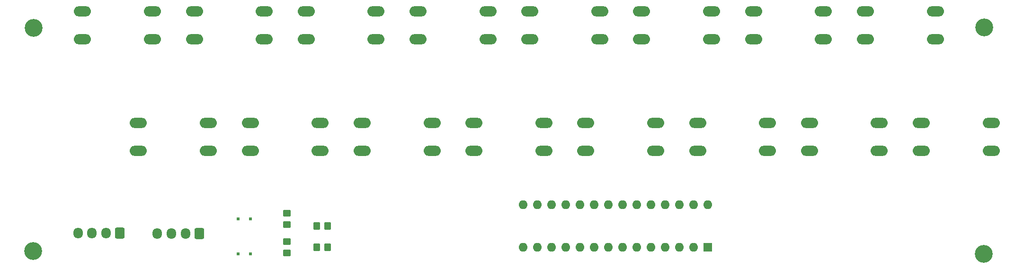
<source format=gbr>
%TF.GenerationSoftware,KiCad,Pcbnew,(6.0.9)*%
%TF.CreationDate,2023-03-19T20:52:38+01:00*%
%TF.ProjectId,PI-keys,50492d6b-6579-4732-9e6b-696361645f70,rev?*%
%TF.SameCoordinates,Original*%
%TF.FileFunction,Soldermask,Bot*%
%TF.FilePolarity,Negative*%
%FSLAX46Y46*%
G04 Gerber Fmt 4.6, Leading zero omitted, Abs format (unit mm)*
G04 Created by KiCad (PCBNEW (6.0.9)) date 2023-03-19 20:52:38*
%MOMM*%
%LPD*%
G01*
G04 APERTURE LIST*
G04 Aperture macros list*
%AMRoundRect*
0 Rectangle with rounded corners*
0 $1 Rounding radius*
0 $2 $3 $4 $5 $6 $7 $8 $9 X,Y pos of 4 corners*
0 Add a 4 corners polygon primitive as box body*
4,1,4,$2,$3,$4,$5,$6,$7,$8,$9,$2,$3,0*
0 Add four circle primitives for the rounded corners*
1,1,$1+$1,$2,$3*
1,1,$1+$1,$4,$5*
1,1,$1+$1,$6,$7*
1,1,$1+$1,$8,$9*
0 Add four rect primitives between the rounded corners*
20,1,$1+$1,$2,$3,$4,$5,0*
20,1,$1+$1,$4,$5,$6,$7,0*
20,1,$1+$1,$6,$7,$8,$9,0*
20,1,$1+$1,$8,$9,$2,$3,0*%
G04 Aperture macros list end*
%ADD10O,3.048000X1.850000*%
%ADD11RoundRect,0.250000X0.600000X0.725000X-0.600000X0.725000X-0.600000X-0.725000X0.600000X-0.725000X0*%
%ADD12O,1.700000X1.950000*%
%ADD13C,3.200000*%
%ADD14R,1.600000X1.600000*%
%ADD15O,1.600000X1.600000*%
%ADD16RoundRect,0.250000X0.350000X0.450000X-0.350000X0.450000X-0.350000X-0.450000X0.350000X-0.450000X0*%
%ADD17RoundRect,0.250000X0.450000X-0.350000X0.450000X0.350000X-0.450000X0.350000X-0.450000X-0.350000X0*%
%ADD18RoundRect,0.250000X-0.450000X0.350000X-0.450000X-0.350000X0.450000X-0.350000X0.450000X0.350000X0*%
%ADD19R,0.600000X0.600000*%
G04 APERTURE END LIST*
D10*
%TO.C,SW12*%
X130000000Y-120000000D03*
X142500000Y-120000000D03*
X130000000Y-125000000D03*
X142500000Y-125000000D03*
%TD*%
%TO.C,SW13*%
X150000000Y-120000000D03*
X162500000Y-120000000D03*
X150000000Y-125000000D03*
X162500000Y-125000000D03*
%TD*%
D11*
%TO.C,J2*%
X66675000Y-139700000D03*
D12*
X64175000Y-139700000D03*
X61675000Y-139700000D03*
X59175000Y-139700000D03*
%TD*%
D13*
%TO.C,REF\u002A\u002A*%
X221240000Y-102860000D03*
%TD*%
%TO.C,REF\u002A\u002A*%
X221200000Y-143400000D03*
%TD*%
%TO.C,REF\u002A\u002A*%
X51200000Y-142900000D03*
%TD*%
%TO.C,REF\u002A\u002A*%
X51220000Y-102930000D03*
%TD*%
D14*
%TO.C,U1*%
X171820000Y-142240000D03*
D15*
X169280000Y-142240000D03*
X166740000Y-142240000D03*
X164200000Y-142240000D03*
X161660000Y-142240000D03*
X159120000Y-142240000D03*
X156580000Y-142240000D03*
X154040000Y-142240000D03*
X151500000Y-142240000D03*
X148960000Y-142240000D03*
X146420000Y-142240000D03*
X143880000Y-142240000D03*
X141340000Y-142240000D03*
X138800000Y-142240000D03*
X138800000Y-134620000D03*
X141340000Y-134620000D03*
X143880000Y-134620000D03*
X146420000Y-134620000D03*
X148960000Y-134620000D03*
X151500000Y-134620000D03*
X154040000Y-134620000D03*
X156580000Y-134620000D03*
X159120000Y-134620000D03*
X161660000Y-134620000D03*
X164200000Y-134620000D03*
X166740000Y-134620000D03*
X169280000Y-134620000D03*
X171820000Y-134620000D03*
%TD*%
D10*
%TO.C,SW16*%
X210000000Y-120000000D03*
X222500000Y-120000000D03*
X210000000Y-125000000D03*
X222500000Y-125000000D03*
%TD*%
%TO.C,SW15*%
X190000000Y-120000000D03*
X202500000Y-120000000D03*
X190000000Y-125000000D03*
X202500000Y-125000000D03*
%TD*%
%TO.C,SW14*%
X170000000Y-120000000D03*
X182500000Y-120000000D03*
X170000000Y-125000000D03*
X182500000Y-125000000D03*
%TD*%
%TO.C,SW11*%
X110000000Y-120000000D03*
X122500000Y-120000000D03*
X110000000Y-125000000D03*
X122500000Y-125000000D03*
%TD*%
%TO.C,SW10*%
X90000000Y-120000000D03*
X102500000Y-120000000D03*
X90000000Y-125000000D03*
X102500000Y-125000000D03*
%TD*%
%TO.C,SW9*%
X70000000Y-120000000D03*
X82500000Y-120000000D03*
X70000000Y-125000000D03*
X82500000Y-125000000D03*
%TD*%
%TO.C,SW8*%
X200000000Y-100000000D03*
X212500000Y-100000000D03*
X200000000Y-105000000D03*
X212500000Y-105000000D03*
%TD*%
%TO.C,SW7*%
X180000000Y-100000000D03*
X192500000Y-100000000D03*
X180000000Y-105000000D03*
X192500000Y-105000000D03*
%TD*%
%TO.C,SW6*%
X160000000Y-100000000D03*
X172500000Y-100000000D03*
X160000000Y-105000000D03*
X172500000Y-105000000D03*
%TD*%
%TO.C,SW5*%
X140000000Y-100000000D03*
X152500000Y-100000000D03*
X140000000Y-105000000D03*
X152500000Y-105000000D03*
%TD*%
%TO.C,SW4*%
X120000000Y-100000000D03*
X132500000Y-100000000D03*
X120000000Y-105000000D03*
X132500000Y-105000000D03*
%TD*%
%TO.C,SW3*%
X100000000Y-100000000D03*
X112500000Y-100000000D03*
X100000000Y-105000000D03*
X112500000Y-105000000D03*
%TD*%
%TO.C,SW2*%
X80000000Y-100000000D03*
X92500000Y-100000000D03*
X80000000Y-105000000D03*
X92500000Y-105000000D03*
%TD*%
%TO.C,SW1*%
X72500000Y-105000000D03*
X60000000Y-105000000D03*
X72500000Y-100000000D03*
X60000000Y-100000000D03*
%TD*%
D16*
%TO.C,R4*%
X103870000Y-138430000D03*
X101870000Y-138430000D03*
%TD*%
%TO.C,R3*%
X103870000Y-142240000D03*
X101870000Y-142240000D03*
%TD*%
D17*
%TO.C,R2*%
X96520000Y-138160000D03*
X96520000Y-136160000D03*
%TD*%
D18*
%TO.C,R1*%
X96520000Y-141240000D03*
X96520000Y-143240000D03*
%TD*%
D11*
%TO.C,J1*%
X80890000Y-139810000D03*
D12*
X78390000Y-139810000D03*
X75890000Y-139810000D03*
X73390000Y-139810000D03*
%TD*%
D19*
%TO.C,D2*%
X90000000Y-137160000D03*
X87800000Y-137160000D03*
%TD*%
%TO.C,D1*%
X87800000Y-143460000D03*
X90000000Y-143460000D03*
%TD*%
M02*

</source>
